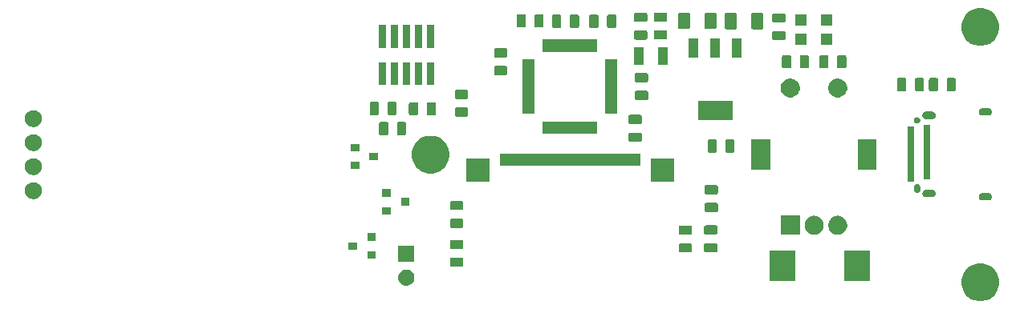
<source format=gbr>
G04 #@! TF.GenerationSoftware,KiCad,Pcbnew,5.0.2-bee76a0~70~ubuntu18.04.1*
G04 #@! TF.CreationDate,2019-11-12T09:59:33+01:00*
G04 #@! TF.ProjectId,RocketPCR,526f636b-6574-4504-9352-2e6b69636164,rev?*
G04 #@! TF.SameCoordinates,Original*
G04 #@! TF.FileFunction,Soldermask,Bot*
G04 #@! TF.FilePolarity,Negative*
%FSLAX46Y46*%
G04 Gerber Fmt 4.6, Leading zero omitted, Abs format (unit mm)*
G04 Created by KiCad (PCBNEW 5.0.2-bee76a0~70~ubuntu18.04.1) date Di 12 Nov 2019 09:59:33 CET*
%MOMM*%
%LPD*%
G01*
G04 APERTURE LIST*
%ADD10C,0.100000*%
G04 APERTURE END LIST*
D10*
G36*
X183583378Y-111576859D02*
X183947354Y-111727622D01*
X184274929Y-111946501D01*
X184553499Y-112225071D01*
X184772378Y-112552646D01*
X184923141Y-112916622D01*
X185000000Y-113303016D01*
X185000000Y-113696984D01*
X184923141Y-114083378D01*
X184772378Y-114447354D01*
X184553499Y-114774929D01*
X184274929Y-115053499D01*
X183947354Y-115272378D01*
X183583378Y-115423141D01*
X183196984Y-115500000D01*
X182803016Y-115500000D01*
X182416622Y-115423141D01*
X182052646Y-115272378D01*
X181725071Y-115053499D01*
X181446501Y-114774929D01*
X181227622Y-114447354D01*
X181076859Y-114083378D01*
X181000000Y-113696984D01*
X181000000Y-113303016D01*
X181076859Y-112916622D01*
X181227622Y-112552646D01*
X181446501Y-112225071D01*
X181725071Y-111946501D01*
X182052646Y-111727622D01*
X182416622Y-111576859D01*
X182803016Y-111500000D01*
X183196984Y-111500000D01*
X183583378Y-111576859D01*
X183583378Y-111576859D01*
G37*
G36*
X122601830Y-112172899D02*
X122762055Y-112221503D01*
X122909720Y-112300431D01*
X123039149Y-112406651D01*
X123145369Y-112536080D01*
X123224297Y-112683745D01*
X123272901Y-112843970D01*
X123289312Y-113010600D01*
X123272901Y-113177230D01*
X123224297Y-113337455D01*
X123145369Y-113485120D01*
X123039149Y-113614549D01*
X122909720Y-113720769D01*
X122762055Y-113799697D01*
X122601830Y-113848301D01*
X122476952Y-113860600D01*
X122393448Y-113860600D01*
X122268570Y-113848301D01*
X122108345Y-113799697D01*
X121960680Y-113720769D01*
X121831251Y-113614549D01*
X121725031Y-113485120D01*
X121646103Y-113337455D01*
X121597499Y-113177230D01*
X121581088Y-113010600D01*
X121597499Y-112843970D01*
X121646103Y-112683745D01*
X121725031Y-112536080D01*
X121831251Y-112406651D01*
X121960680Y-112300431D01*
X122108345Y-112221503D01*
X122268570Y-112172899D01*
X122393448Y-112160600D01*
X122476952Y-112160600D01*
X122601830Y-112172899D01*
X122601830Y-112172899D01*
G37*
G36*
X171350000Y-113350000D02*
X168650000Y-113350000D01*
X168650000Y-110150000D01*
X171350000Y-110150000D01*
X171350000Y-113350000D01*
X171350000Y-113350000D01*
G37*
G36*
X163450000Y-113350000D02*
X160750000Y-113350000D01*
X160750000Y-110150000D01*
X163450000Y-110150000D01*
X163450000Y-113350000D01*
X163450000Y-113350000D01*
G37*
G36*
X128303992Y-110891576D02*
X128337883Y-110901857D01*
X128369111Y-110918548D01*
X128396485Y-110941015D01*
X128418952Y-110968389D01*
X128435643Y-110999617D01*
X128445924Y-111033508D01*
X128450000Y-111074891D01*
X128450000Y-111675109D01*
X128445924Y-111716492D01*
X128435643Y-111750383D01*
X128418952Y-111781611D01*
X128396485Y-111808985D01*
X128369111Y-111831452D01*
X128337883Y-111848143D01*
X128303992Y-111858424D01*
X128262609Y-111862500D01*
X127237391Y-111862500D01*
X127196008Y-111858424D01*
X127162117Y-111848143D01*
X127130889Y-111831452D01*
X127103515Y-111808985D01*
X127081048Y-111781611D01*
X127064357Y-111750383D01*
X127054076Y-111716492D01*
X127050000Y-111675109D01*
X127050000Y-111074891D01*
X127054076Y-111033508D01*
X127064357Y-110999617D01*
X127081048Y-110968389D01*
X127103515Y-110941015D01*
X127130889Y-110918548D01*
X127162117Y-110901857D01*
X127196008Y-110891576D01*
X127237391Y-110887500D01*
X128262609Y-110887500D01*
X128303992Y-110891576D01*
X128303992Y-110891576D01*
G37*
G36*
X123285200Y-111320600D02*
X121585200Y-111320600D01*
X121585200Y-109620600D01*
X123285200Y-109620600D01*
X123285200Y-111320600D01*
X123285200Y-111320600D01*
G37*
G36*
X119227600Y-111023000D02*
X118327600Y-111023000D01*
X118327600Y-110223000D01*
X119227600Y-110223000D01*
X119227600Y-111023000D01*
X119227600Y-111023000D01*
G37*
G36*
X152427792Y-109384676D02*
X152461683Y-109394957D01*
X152492911Y-109411648D01*
X152520285Y-109434115D01*
X152542752Y-109461489D01*
X152559443Y-109492717D01*
X152569724Y-109526608D01*
X152573800Y-109567991D01*
X152573800Y-110168209D01*
X152569724Y-110209592D01*
X152559443Y-110243483D01*
X152542752Y-110274711D01*
X152520285Y-110302085D01*
X152492911Y-110324552D01*
X152461683Y-110341243D01*
X152427792Y-110351524D01*
X152386409Y-110355600D01*
X151361191Y-110355600D01*
X151319808Y-110351524D01*
X151285917Y-110341243D01*
X151254689Y-110324552D01*
X151227315Y-110302085D01*
X151204848Y-110274711D01*
X151188157Y-110243483D01*
X151177876Y-110209592D01*
X151173800Y-110168209D01*
X151173800Y-109567991D01*
X151177876Y-109526608D01*
X151188157Y-109492717D01*
X151204848Y-109461489D01*
X151227315Y-109434115D01*
X151254689Y-109411648D01*
X151285917Y-109394957D01*
X151319808Y-109384676D01*
X151361191Y-109380600D01*
X152386409Y-109380600D01*
X152427792Y-109384676D01*
X152427792Y-109384676D01*
G37*
G36*
X155120192Y-109359276D02*
X155154083Y-109369557D01*
X155185311Y-109386248D01*
X155212685Y-109408715D01*
X155235152Y-109436089D01*
X155251843Y-109467317D01*
X155262124Y-109501208D01*
X155266200Y-109542591D01*
X155266200Y-110142809D01*
X155262124Y-110184192D01*
X155251843Y-110218083D01*
X155235152Y-110249311D01*
X155212685Y-110276685D01*
X155185311Y-110299152D01*
X155154083Y-110315843D01*
X155120192Y-110326124D01*
X155078809Y-110330200D01*
X154053591Y-110330200D01*
X154012208Y-110326124D01*
X153978317Y-110315843D01*
X153947089Y-110299152D01*
X153919715Y-110276685D01*
X153897248Y-110249311D01*
X153880557Y-110218083D01*
X153870276Y-110184192D01*
X153866200Y-110142809D01*
X153866200Y-109542591D01*
X153870276Y-109501208D01*
X153880557Y-109467317D01*
X153897248Y-109436089D01*
X153919715Y-109408715D01*
X153947089Y-109386248D01*
X153978317Y-109369557D01*
X154012208Y-109359276D01*
X154053591Y-109355200D01*
X155078809Y-109355200D01*
X155120192Y-109359276D01*
X155120192Y-109359276D01*
G37*
G36*
X117227600Y-110073000D02*
X116327600Y-110073000D01*
X116327600Y-109273000D01*
X117227600Y-109273000D01*
X117227600Y-110073000D01*
X117227600Y-110073000D01*
G37*
G36*
X128303992Y-109016576D02*
X128337883Y-109026857D01*
X128369111Y-109043548D01*
X128396485Y-109066015D01*
X128418952Y-109093389D01*
X128435643Y-109124617D01*
X128445924Y-109158508D01*
X128450000Y-109199891D01*
X128450000Y-109800109D01*
X128445924Y-109841492D01*
X128435643Y-109875383D01*
X128418952Y-109906611D01*
X128396485Y-109933985D01*
X128369111Y-109956452D01*
X128337883Y-109973143D01*
X128303992Y-109983424D01*
X128262609Y-109987500D01*
X127237391Y-109987500D01*
X127196008Y-109983424D01*
X127162117Y-109973143D01*
X127130889Y-109956452D01*
X127103515Y-109933985D01*
X127081048Y-109906611D01*
X127064357Y-109875383D01*
X127054076Y-109841492D01*
X127050000Y-109800109D01*
X127050000Y-109199891D01*
X127054076Y-109158508D01*
X127064357Y-109124617D01*
X127081048Y-109093389D01*
X127103515Y-109066015D01*
X127130889Y-109043548D01*
X127162117Y-109026857D01*
X127196008Y-109016576D01*
X127237391Y-109012500D01*
X128262609Y-109012500D01*
X128303992Y-109016576D01*
X128303992Y-109016576D01*
G37*
G36*
X119227600Y-109123000D02*
X118327600Y-109123000D01*
X118327600Y-108323000D01*
X119227600Y-108323000D01*
X119227600Y-109123000D01*
X119227600Y-109123000D01*
G37*
G36*
X152427792Y-107509676D02*
X152461683Y-107519957D01*
X152492911Y-107536648D01*
X152520285Y-107559115D01*
X152542752Y-107586489D01*
X152559443Y-107617717D01*
X152569724Y-107651608D01*
X152573800Y-107692991D01*
X152573800Y-108293209D01*
X152569724Y-108334592D01*
X152559443Y-108368483D01*
X152542752Y-108399711D01*
X152520285Y-108427085D01*
X152492911Y-108449552D01*
X152461683Y-108466243D01*
X152427792Y-108476524D01*
X152386409Y-108480600D01*
X151361191Y-108480600D01*
X151319808Y-108476524D01*
X151285917Y-108466243D01*
X151254689Y-108449552D01*
X151227315Y-108427085D01*
X151204848Y-108399711D01*
X151188157Y-108368483D01*
X151177876Y-108334592D01*
X151173800Y-108293209D01*
X151173800Y-107692991D01*
X151177876Y-107651608D01*
X151188157Y-107617717D01*
X151204848Y-107586489D01*
X151227315Y-107559115D01*
X151254689Y-107536648D01*
X151285917Y-107519957D01*
X151319808Y-107509676D01*
X151361191Y-107505600D01*
X152386409Y-107505600D01*
X152427792Y-107509676D01*
X152427792Y-107509676D01*
G37*
G36*
X155120192Y-107484276D02*
X155154083Y-107494557D01*
X155185311Y-107511248D01*
X155212685Y-107533715D01*
X155235152Y-107561089D01*
X155251843Y-107592317D01*
X155262124Y-107626208D01*
X155266200Y-107667591D01*
X155266200Y-108267809D01*
X155262124Y-108309192D01*
X155251843Y-108343083D01*
X155235152Y-108374311D01*
X155212685Y-108401685D01*
X155185311Y-108424152D01*
X155154083Y-108440843D01*
X155120192Y-108451124D01*
X155078809Y-108455200D01*
X154053591Y-108455200D01*
X154012208Y-108451124D01*
X153978317Y-108440843D01*
X153947089Y-108424152D01*
X153919715Y-108401685D01*
X153897248Y-108374311D01*
X153880557Y-108343083D01*
X153870276Y-108309192D01*
X153866200Y-108267809D01*
X153866200Y-107667591D01*
X153870276Y-107626208D01*
X153880557Y-107592317D01*
X153897248Y-107561089D01*
X153919715Y-107533715D01*
X153947089Y-107511248D01*
X153978317Y-107494557D01*
X154012208Y-107484276D01*
X154053591Y-107480200D01*
X155078809Y-107480200D01*
X155120192Y-107484276D01*
X155120192Y-107484276D01*
G37*
G36*
X165632770Y-106470372D02*
X165748689Y-106493429D01*
X165930678Y-106568811D01*
X166094463Y-106678249D01*
X166233751Y-106817537D01*
X166343189Y-106981322D01*
X166418571Y-107163311D01*
X166441628Y-107279230D01*
X166457000Y-107356507D01*
X166457000Y-107553493D01*
X166449441Y-107591492D01*
X166418571Y-107746689D01*
X166343189Y-107928678D01*
X166233751Y-108092463D01*
X166094463Y-108231751D01*
X165930678Y-108341189D01*
X165748689Y-108416571D01*
X165647764Y-108436646D01*
X165555493Y-108455000D01*
X165358507Y-108455000D01*
X165266236Y-108436646D01*
X165165311Y-108416571D01*
X164983322Y-108341189D01*
X164819537Y-108231751D01*
X164680249Y-108092463D01*
X164570811Y-107928678D01*
X164495429Y-107746689D01*
X164464559Y-107591492D01*
X164457000Y-107553493D01*
X164457000Y-107356507D01*
X164472372Y-107279230D01*
X164495429Y-107163311D01*
X164570811Y-106981322D01*
X164680249Y-106817537D01*
X164819537Y-106678249D01*
X164983322Y-106568811D01*
X165165311Y-106493429D01*
X165281230Y-106470372D01*
X165358507Y-106455000D01*
X165555493Y-106455000D01*
X165632770Y-106470372D01*
X165632770Y-106470372D01*
G37*
G36*
X163957000Y-108455000D02*
X161957000Y-108455000D01*
X161957000Y-106455000D01*
X163957000Y-106455000D01*
X163957000Y-108455000D01*
X163957000Y-108455000D01*
G37*
G36*
X168132770Y-106470372D02*
X168248689Y-106493429D01*
X168430678Y-106568811D01*
X168594463Y-106678249D01*
X168733751Y-106817537D01*
X168843189Y-106981322D01*
X168918571Y-107163311D01*
X168941628Y-107279230D01*
X168957000Y-107356507D01*
X168957000Y-107553493D01*
X168949441Y-107591492D01*
X168918571Y-107746689D01*
X168843189Y-107928678D01*
X168733751Y-108092463D01*
X168594463Y-108231751D01*
X168430678Y-108341189D01*
X168248689Y-108416571D01*
X168147764Y-108436646D01*
X168055493Y-108455000D01*
X167858507Y-108455000D01*
X167766236Y-108436646D01*
X167665311Y-108416571D01*
X167483322Y-108341189D01*
X167319537Y-108231751D01*
X167180249Y-108092463D01*
X167070811Y-107928678D01*
X166995429Y-107746689D01*
X166964559Y-107591492D01*
X166957000Y-107553493D01*
X166957000Y-107356507D01*
X166972372Y-107279230D01*
X166995429Y-107163311D01*
X167070811Y-106981322D01*
X167180249Y-106817537D01*
X167319537Y-106678249D01*
X167483322Y-106568811D01*
X167665311Y-106493429D01*
X167781230Y-106470372D01*
X167858507Y-106455000D01*
X168055493Y-106455000D01*
X168132770Y-106470372D01*
X168132770Y-106470372D01*
G37*
G36*
X128303992Y-106766576D02*
X128337883Y-106776857D01*
X128369111Y-106793548D01*
X128396485Y-106816015D01*
X128418952Y-106843389D01*
X128435643Y-106874617D01*
X128445924Y-106908508D01*
X128450000Y-106949891D01*
X128450000Y-107550109D01*
X128445924Y-107591492D01*
X128435643Y-107625383D01*
X128418952Y-107656611D01*
X128396485Y-107683985D01*
X128369111Y-107706452D01*
X128337883Y-107723143D01*
X128303992Y-107733424D01*
X128262609Y-107737500D01*
X127237391Y-107737500D01*
X127196008Y-107733424D01*
X127162117Y-107723143D01*
X127130889Y-107706452D01*
X127103515Y-107683985D01*
X127081048Y-107656611D01*
X127064357Y-107625383D01*
X127054076Y-107591492D01*
X127050000Y-107550109D01*
X127050000Y-106949891D01*
X127054076Y-106908508D01*
X127064357Y-106874617D01*
X127081048Y-106843389D01*
X127103515Y-106816015D01*
X127130889Y-106793548D01*
X127162117Y-106776857D01*
X127196008Y-106766576D01*
X127237391Y-106762500D01*
X128262609Y-106762500D01*
X128303992Y-106766576D01*
X128303992Y-106766576D01*
G37*
G36*
X120793000Y-106350000D02*
X119893000Y-106350000D01*
X119893000Y-105550000D01*
X120793000Y-105550000D01*
X120793000Y-106350000D01*
X120793000Y-106350000D01*
G37*
G36*
X155170992Y-105108076D02*
X155204883Y-105118357D01*
X155236111Y-105135048D01*
X155263485Y-105157515D01*
X155285952Y-105184889D01*
X155302643Y-105216117D01*
X155312924Y-105250008D01*
X155317000Y-105291391D01*
X155317000Y-105891609D01*
X155312924Y-105932992D01*
X155302643Y-105966883D01*
X155285952Y-105998111D01*
X155263485Y-106025485D01*
X155236111Y-106047952D01*
X155204883Y-106064643D01*
X155170992Y-106074924D01*
X155129609Y-106079000D01*
X154104391Y-106079000D01*
X154063008Y-106074924D01*
X154029117Y-106064643D01*
X153997889Y-106047952D01*
X153970515Y-106025485D01*
X153948048Y-105998111D01*
X153931357Y-105966883D01*
X153921076Y-105932992D01*
X153917000Y-105891609D01*
X153917000Y-105291391D01*
X153921076Y-105250008D01*
X153931357Y-105216117D01*
X153948048Y-105184889D01*
X153970515Y-105157515D01*
X153997889Y-105135048D01*
X154029117Y-105118357D01*
X154063008Y-105108076D01*
X154104391Y-105104000D01*
X155129609Y-105104000D01*
X155170992Y-105108076D01*
X155170992Y-105108076D01*
G37*
G36*
X128303992Y-104891576D02*
X128337883Y-104901857D01*
X128369111Y-104918548D01*
X128396485Y-104941015D01*
X128418952Y-104968389D01*
X128435643Y-104999617D01*
X128445924Y-105033508D01*
X128450000Y-105074891D01*
X128450000Y-105675109D01*
X128445924Y-105716492D01*
X128435643Y-105750383D01*
X128418952Y-105781611D01*
X128396485Y-105808985D01*
X128369111Y-105831452D01*
X128337883Y-105848143D01*
X128303992Y-105858424D01*
X128262609Y-105862500D01*
X127237391Y-105862500D01*
X127196008Y-105858424D01*
X127162117Y-105848143D01*
X127130889Y-105831452D01*
X127103515Y-105808985D01*
X127081048Y-105781611D01*
X127064357Y-105750383D01*
X127054076Y-105716492D01*
X127050000Y-105675109D01*
X127050000Y-105074891D01*
X127054076Y-105033508D01*
X127064357Y-104999617D01*
X127081048Y-104968389D01*
X127103515Y-104941015D01*
X127130889Y-104918548D01*
X127162117Y-104901857D01*
X127196008Y-104891576D01*
X127237391Y-104887500D01*
X128262609Y-104887500D01*
X128303992Y-104891576D01*
X128303992Y-104891576D01*
G37*
G36*
X122793000Y-105400000D02*
X121893000Y-105400000D01*
X121893000Y-104600000D01*
X122793000Y-104600000D01*
X122793000Y-105400000D01*
X122793000Y-105400000D01*
G37*
G36*
X183915414Y-104060788D02*
X183990814Y-104083660D01*
X184060303Y-104120803D01*
X184121211Y-104170789D01*
X184171197Y-104231697D01*
X184208340Y-104301186D01*
X184231212Y-104376586D01*
X184238935Y-104455000D01*
X184231212Y-104533414D01*
X184208340Y-104608814D01*
X184171197Y-104678303D01*
X184121211Y-104739211D01*
X184060303Y-104789197D01*
X183990814Y-104826340D01*
X183915414Y-104849212D01*
X183856647Y-104855000D01*
X183217353Y-104855000D01*
X183158586Y-104849212D01*
X183083186Y-104826340D01*
X183013697Y-104789197D01*
X182952789Y-104739211D01*
X182902803Y-104678303D01*
X182865660Y-104608814D01*
X182842788Y-104533414D01*
X182835065Y-104455000D01*
X182842788Y-104376586D01*
X182865660Y-104301186D01*
X182902803Y-104231697D01*
X182952789Y-104170789D01*
X183013697Y-104120803D01*
X183083186Y-104083660D01*
X183158586Y-104060788D01*
X183217353Y-104055000D01*
X183856647Y-104055000D01*
X183915414Y-104060788D01*
X183915414Y-104060788D01*
G37*
G36*
X83362521Y-102944586D02*
X83526309Y-103012429D01*
X83673720Y-103110926D01*
X83799074Y-103236280D01*
X83897571Y-103383691D01*
X83965414Y-103547479D01*
X84000000Y-103721356D01*
X84000000Y-103898644D01*
X83965414Y-104072521D01*
X83897571Y-104236309D01*
X83799074Y-104383720D01*
X83673720Y-104509074D01*
X83526309Y-104607571D01*
X83362521Y-104675414D01*
X83188644Y-104710000D01*
X83011356Y-104710000D01*
X82837479Y-104675414D01*
X82673691Y-104607571D01*
X82526280Y-104509074D01*
X82400926Y-104383720D01*
X82302429Y-104236309D01*
X82234586Y-104072521D01*
X82200000Y-103898644D01*
X82200000Y-103721356D01*
X82234586Y-103547479D01*
X82302429Y-103383691D01*
X82400926Y-103236280D01*
X82526280Y-103110926D01*
X82673691Y-103012429D01*
X82837479Y-102944586D01*
X83011356Y-102910000D01*
X83188644Y-102910000D01*
X83362521Y-102944586D01*
X83362521Y-102944586D01*
G37*
G36*
X177965414Y-103700788D02*
X178040814Y-103723660D01*
X178110303Y-103760803D01*
X178171211Y-103810789D01*
X178221197Y-103871697D01*
X178258340Y-103941186D01*
X178281212Y-104016586D01*
X178288935Y-104095000D01*
X178281212Y-104173414D01*
X178258340Y-104248814D01*
X178221197Y-104318303D01*
X178171211Y-104379211D01*
X178110303Y-104429197D01*
X178040814Y-104466340D01*
X177965414Y-104489212D01*
X177906647Y-104495000D01*
X177267353Y-104495000D01*
X177208586Y-104489212D01*
X177133186Y-104466340D01*
X177063697Y-104429197D01*
X177002789Y-104379211D01*
X176952803Y-104318303D01*
X176915660Y-104248814D01*
X176892788Y-104173414D01*
X176885065Y-104095000D01*
X176892788Y-104016586D01*
X176915660Y-103941186D01*
X176952803Y-103871697D01*
X177002789Y-103810789D01*
X177063697Y-103760803D01*
X177133186Y-103723660D01*
X177208586Y-103700788D01*
X177267353Y-103695000D01*
X177906647Y-103695000D01*
X177965414Y-103700788D01*
X177965414Y-103700788D01*
G37*
G36*
X120793000Y-104450000D02*
X119893000Y-104450000D01*
X119893000Y-103650000D01*
X120793000Y-103650000D01*
X120793000Y-104450000D01*
X120793000Y-104450000D01*
G37*
G36*
X155170992Y-103233076D02*
X155204883Y-103243357D01*
X155236111Y-103260048D01*
X155263485Y-103282515D01*
X155285952Y-103309889D01*
X155302643Y-103341117D01*
X155312924Y-103375008D01*
X155317000Y-103416391D01*
X155317000Y-104016609D01*
X155312924Y-104057992D01*
X155302643Y-104091883D01*
X155285952Y-104123111D01*
X155263485Y-104150485D01*
X155236111Y-104172952D01*
X155204883Y-104189643D01*
X155170992Y-104199924D01*
X155129609Y-104204000D01*
X154104391Y-104204000D01*
X154063008Y-104199924D01*
X154029117Y-104189643D01*
X153997889Y-104172952D01*
X153970515Y-104150485D01*
X153948048Y-104123111D01*
X153931357Y-104091883D01*
X153921076Y-104057992D01*
X153917000Y-104016609D01*
X153917000Y-103416391D01*
X153921076Y-103375008D01*
X153931357Y-103341117D01*
X153948048Y-103309889D01*
X153970515Y-103282515D01*
X153997889Y-103260048D01*
X154029117Y-103243357D01*
X154063008Y-103233076D01*
X154104391Y-103229000D01*
X155129609Y-103229000D01*
X155170992Y-103233076D01*
X155170992Y-103233076D01*
G37*
G36*
X176400712Y-103094702D02*
X176461972Y-103113285D01*
X176499614Y-103133406D01*
X176518434Y-103143465D01*
X176567921Y-103184079D01*
X176608535Y-103233566D01*
X176618594Y-103252386D01*
X176638715Y-103290028D01*
X176657298Y-103351288D01*
X176662000Y-103399035D01*
X176662000Y-103730965D01*
X176657298Y-103778712D01*
X176638715Y-103839972D01*
X176621758Y-103871695D01*
X176608536Y-103896433D01*
X176608534Y-103896435D01*
X176567924Y-103945918D01*
X176567922Y-103945919D01*
X176567921Y-103945921D01*
X176518433Y-103986535D01*
X176488253Y-104002666D01*
X176461971Y-104016715D01*
X176400711Y-104035298D01*
X176337000Y-104041572D01*
X176273288Y-104035298D01*
X176212028Y-104016715D01*
X176174386Y-103996594D01*
X176155566Y-103986535D01*
X176123538Y-103960250D01*
X176106082Y-103945924D01*
X176106081Y-103945922D01*
X176106079Y-103945921D01*
X176065465Y-103896433D01*
X176049334Y-103866253D01*
X176035285Y-103839971D01*
X176016702Y-103778711D01*
X176012000Y-103730964D01*
X176012000Y-103399035D01*
X176016702Y-103351288D01*
X176035286Y-103290027D01*
X176064014Y-103236283D01*
X176065466Y-103233566D01*
X176106080Y-103184079D01*
X176155567Y-103143465D01*
X176174387Y-103133406D01*
X176212029Y-103113285D01*
X176273289Y-103094702D01*
X176337000Y-103088428D01*
X176400712Y-103094702D01*
X176400712Y-103094702D01*
G37*
G36*
X150737000Y-102880000D02*
X148237000Y-102880000D01*
X148237000Y-100380000D01*
X150737000Y-100380000D01*
X150737000Y-102880000D01*
X150737000Y-102880000D01*
G37*
G36*
X131237000Y-102880000D02*
X128737000Y-102880000D01*
X128737000Y-100380000D01*
X131237000Y-100380000D01*
X131237000Y-102880000D01*
X131237000Y-102880000D01*
G37*
G36*
X176027000Y-102865000D02*
X175327000Y-102865000D01*
X175327000Y-97065000D01*
X176027000Y-97065000D01*
X176027000Y-102865000D01*
X176027000Y-102865000D01*
G37*
G36*
X177727000Y-102615000D02*
X177027000Y-102615000D01*
X177027000Y-96815000D01*
X177727000Y-96815000D01*
X177727000Y-102615000D01*
X177727000Y-102615000D01*
G37*
G36*
X83362521Y-100404586D02*
X83526309Y-100472429D01*
X83673720Y-100570926D01*
X83799074Y-100696280D01*
X83897571Y-100843691D01*
X83965414Y-101007479D01*
X84000000Y-101181356D01*
X84000000Y-101358644D01*
X83965414Y-101532521D01*
X83897571Y-101696309D01*
X83799074Y-101843720D01*
X83673720Y-101969074D01*
X83526309Y-102067571D01*
X83362521Y-102135414D01*
X83188644Y-102170000D01*
X83011356Y-102170000D01*
X82837479Y-102135414D01*
X82673691Y-102067571D01*
X82526280Y-101969074D01*
X82400926Y-101843720D01*
X82302429Y-101696309D01*
X82234586Y-101532521D01*
X82200000Y-101358644D01*
X82200000Y-101181356D01*
X82234586Y-101007479D01*
X82302429Y-100843691D01*
X82400926Y-100696280D01*
X82526280Y-100570926D01*
X82673691Y-100472429D01*
X82837479Y-100404586D01*
X83011356Y-100370000D01*
X83188644Y-100370000D01*
X83362521Y-100404586D01*
X83362521Y-100404586D01*
G37*
G36*
X125583378Y-98076859D02*
X125947354Y-98227622D01*
X126274929Y-98446501D01*
X126553499Y-98725071D01*
X126772378Y-99052646D01*
X126923141Y-99416622D01*
X127000000Y-99803016D01*
X127000000Y-100196984D01*
X126923141Y-100583378D01*
X126772378Y-100947354D01*
X126553499Y-101274929D01*
X126274929Y-101553499D01*
X125947354Y-101772378D01*
X125583378Y-101923141D01*
X125196984Y-102000000D01*
X124803016Y-102000000D01*
X124416622Y-101923141D01*
X124052646Y-101772378D01*
X123725071Y-101553499D01*
X123446501Y-101274929D01*
X123227622Y-100947354D01*
X123076859Y-100583378D01*
X123000000Y-100196984D01*
X123000000Y-99803016D01*
X123076859Y-99416622D01*
X123227622Y-99052646D01*
X123446501Y-98725071D01*
X123725071Y-98446501D01*
X124052646Y-98227622D01*
X124416622Y-98076859D01*
X124803016Y-98000000D01*
X125196984Y-98000000D01*
X125583378Y-98076859D01*
X125583378Y-98076859D01*
G37*
G36*
X160857000Y-101555000D02*
X158857000Y-101555000D01*
X158857000Y-98355000D01*
X160857000Y-98355000D01*
X160857000Y-101555000D01*
X160857000Y-101555000D01*
G37*
G36*
X172057000Y-101555000D02*
X170057000Y-101555000D01*
X170057000Y-98355000D01*
X172057000Y-98355000D01*
X172057000Y-101555000D01*
X172057000Y-101555000D01*
G37*
G36*
X117465600Y-101551000D02*
X116565600Y-101551000D01*
X116565600Y-100751000D01*
X117465600Y-100751000D01*
X117465600Y-101551000D01*
X117465600Y-101551000D01*
G37*
G36*
X147137000Y-101155000D02*
X132337000Y-101155000D01*
X132337000Y-99905000D01*
X147137000Y-99905000D01*
X147137000Y-101155000D01*
X147137000Y-101155000D01*
G37*
G36*
X119465600Y-100601000D02*
X118565600Y-100601000D01*
X118565600Y-99801000D01*
X119465600Y-99801000D01*
X119465600Y-100601000D01*
X119465600Y-100601000D01*
G37*
G36*
X155046992Y-98402076D02*
X155080883Y-98412357D01*
X155112111Y-98429048D01*
X155139485Y-98451515D01*
X155161952Y-98478889D01*
X155178643Y-98510117D01*
X155188924Y-98544008D01*
X155193000Y-98585391D01*
X155193000Y-99610609D01*
X155188924Y-99651992D01*
X155178643Y-99685883D01*
X155161952Y-99717111D01*
X155139485Y-99744485D01*
X155112111Y-99766952D01*
X155080883Y-99783643D01*
X155046992Y-99793924D01*
X155005609Y-99798000D01*
X154405391Y-99798000D01*
X154364008Y-99793924D01*
X154330117Y-99783643D01*
X154298889Y-99766952D01*
X154271515Y-99744485D01*
X154249048Y-99717111D01*
X154232357Y-99685883D01*
X154222076Y-99651992D01*
X154218000Y-99610609D01*
X154218000Y-98585391D01*
X154222076Y-98544008D01*
X154232357Y-98510117D01*
X154249048Y-98478889D01*
X154271515Y-98451515D01*
X154298889Y-98429048D01*
X154330117Y-98412357D01*
X154364008Y-98402076D01*
X154405391Y-98398000D01*
X155005609Y-98398000D01*
X155046992Y-98402076D01*
X155046992Y-98402076D01*
G37*
G36*
X156921992Y-98402076D02*
X156955883Y-98412357D01*
X156987111Y-98429048D01*
X157014485Y-98451515D01*
X157036952Y-98478889D01*
X157053643Y-98510117D01*
X157063924Y-98544008D01*
X157068000Y-98585391D01*
X157068000Y-99610609D01*
X157063924Y-99651992D01*
X157053643Y-99685883D01*
X157036952Y-99717111D01*
X157014485Y-99744485D01*
X156987111Y-99766952D01*
X156955883Y-99783643D01*
X156921992Y-99793924D01*
X156880609Y-99798000D01*
X156280391Y-99798000D01*
X156239008Y-99793924D01*
X156205117Y-99783643D01*
X156173889Y-99766952D01*
X156146515Y-99744485D01*
X156124048Y-99717111D01*
X156107357Y-99685883D01*
X156097076Y-99651992D01*
X156093000Y-99610609D01*
X156093000Y-98585391D01*
X156097076Y-98544008D01*
X156107357Y-98510117D01*
X156124048Y-98478889D01*
X156146515Y-98451515D01*
X156173889Y-98429048D01*
X156205117Y-98412357D01*
X156239008Y-98402076D01*
X156280391Y-98398000D01*
X156880609Y-98398000D01*
X156921992Y-98402076D01*
X156921992Y-98402076D01*
G37*
G36*
X117465600Y-99651000D02*
X116565600Y-99651000D01*
X116565600Y-98851000D01*
X117465600Y-98851000D01*
X117465600Y-99651000D01*
X117465600Y-99651000D01*
G37*
G36*
X83362521Y-97864586D02*
X83526309Y-97932429D01*
X83673720Y-98030926D01*
X83799074Y-98156280D01*
X83897571Y-98303691D01*
X83965414Y-98467479D01*
X84000000Y-98641356D01*
X84000000Y-98818644D01*
X83965414Y-98992521D01*
X83897571Y-99156309D01*
X83799074Y-99303720D01*
X83673720Y-99429074D01*
X83526309Y-99527571D01*
X83362521Y-99595414D01*
X83188644Y-99630000D01*
X83011356Y-99630000D01*
X82837479Y-99595414D01*
X82673691Y-99527571D01*
X82526280Y-99429074D01*
X82400926Y-99303720D01*
X82302429Y-99156309D01*
X82234586Y-98992521D01*
X82200000Y-98818644D01*
X82200000Y-98641356D01*
X82234586Y-98467479D01*
X82302429Y-98303691D01*
X82400926Y-98156280D01*
X82526280Y-98030926D01*
X82673691Y-97932429D01*
X82837479Y-97864586D01*
X83011356Y-97830000D01*
X83188644Y-97830000D01*
X83362521Y-97864586D01*
X83362521Y-97864586D01*
G37*
G36*
X147130992Y-97669076D02*
X147164883Y-97679357D01*
X147196111Y-97696048D01*
X147223485Y-97718515D01*
X147245952Y-97745889D01*
X147262643Y-97777117D01*
X147272924Y-97811008D01*
X147277000Y-97852391D01*
X147277000Y-98452609D01*
X147272924Y-98493992D01*
X147262643Y-98527883D01*
X147245952Y-98559111D01*
X147223485Y-98586485D01*
X147196111Y-98608952D01*
X147164883Y-98625643D01*
X147130992Y-98635924D01*
X147089609Y-98640000D01*
X146064391Y-98640000D01*
X146023008Y-98635924D01*
X145989117Y-98625643D01*
X145957889Y-98608952D01*
X145930515Y-98586485D01*
X145908048Y-98559111D01*
X145891357Y-98527883D01*
X145881076Y-98493992D01*
X145877000Y-98452609D01*
X145877000Y-97852391D01*
X145881076Y-97811008D01*
X145891357Y-97777117D01*
X145908048Y-97745889D01*
X145930515Y-97718515D01*
X145957889Y-97696048D01*
X145989117Y-97679357D01*
X146023008Y-97669076D01*
X146064391Y-97665000D01*
X147089609Y-97665000D01*
X147130992Y-97669076D01*
X147130992Y-97669076D01*
G37*
G36*
X122278992Y-96554076D02*
X122312883Y-96564357D01*
X122344111Y-96581048D01*
X122371485Y-96603515D01*
X122393952Y-96630889D01*
X122410643Y-96662117D01*
X122420924Y-96696008D01*
X122425000Y-96737391D01*
X122425000Y-97762609D01*
X122420924Y-97803992D01*
X122410643Y-97837883D01*
X122393952Y-97869111D01*
X122371485Y-97896485D01*
X122344111Y-97918952D01*
X122312883Y-97935643D01*
X122278992Y-97945924D01*
X122237609Y-97950000D01*
X121637391Y-97950000D01*
X121596008Y-97945924D01*
X121562117Y-97935643D01*
X121530889Y-97918952D01*
X121503515Y-97896485D01*
X121481048Y-97869111D01*
X121464357Y-97837883D01*
X121454076Y-97803992D01*
X121450000Y-97762609D01*
X121450000Y-96737391D01*
X121454076Y-96696008D01*
X121464357Y-96662117D01*
X121481048Y-96630889D01*
X121503515Y-96603515D01*
X121530889Y-96581048D01*
X121562117Y-96564357D01*
X121596008Y-96554076D01*
X121637391Y-96550000D01*
X122237609Y-96550000D01*
X122278992Y-96554076D01*
X122278992Y-96554076D01*
G37*
G36*
X120403992Y-96554076D02*
X120437883Y-96564357D01*
X120469111Y-96581048D01*
X120496485Y-96603515D01*
X120518952Y-96630889D01*
X120535643Y-96662117D01*
X120545924Y-96696008D01*
X120550000Y-96737391D01*
X120550000Y-97762609D01*
X120545924Y-97803992D01*
X120535643Y-97837883D01*
X120518952Y-97869111D01*
X120496485Y-97896485D01*
X120469111Y-97918952D01*
X120437883Y-97935643D01*
X120403992Y-97945924D01*
X120362609Y-97950000D01*
X119762391Y-97950000D01*
X119721008Y-97945924D01*
X119687117Y-97935643D01*
X119655889Y-97918952D01*
X119628515Y-97896485D01*
X119606048Y-97869111D01*
X119589357Y-97837883D01*
X119579076Y-97803992D01*
X119575000Y-97762609D01*
X119575000Y-96737391D01*
X119579076Y-96696008D01*
X119589357Y-96662117D01*
X119606048Y-96630889D01*
X119628515Y-96603515D01*
X119655889Y-96581048D01*
X119687117Y-96564357D01*
X119721008Y-96554076D01*
X119762391Y-96550000D01*
X120362609Y-96550000D01*
X120403992Y-96554076D01*
X120403992Y-96554076D01*
G37*
G36*
X142552000Y-97811000D02*
X136802000Y-97811000D01*
X136802000Y-96511000D01*
X142552000Y-96511000D01*
X142552000Y-97811000D01*
X142552000Y-97811000D01*
G37*
G36*
X83362521Y-95324586D02*
X83526309Y-95392429D01*
X83673720Y-95490926D01*
X83799074Y-95616280D01*
X83897571Y-95763691D01*
X83965414Y-95927479D01*
X84000000Y-96101356D01*
X84000000Y-96278644D01*
X83965414Y-96452521D01*
X83897571Y-96616309D01*
X83799074Y-96763720D01*
X83673720Y-96889074D01*
X83526309Y-96987571D01*
X83362521Y-97055414D01*
X83188644Y-97090000D01*
X83011356Y-97090000D01*
X82837479Y-97055414D01*
X82673691Y-96987571D01*
X82526280Y-96889074D01*
X82400926Y-96763720D01*
X82302429Y-96616309D01*
X82234586Y-96452521D01*
X82200000Y-96278644D01*
X82200000Y-96101356D01*
X82234586Y-95927479D01*
X82302429Y-95763691D01*
X82400926Y-95616280D01*
X82526280Y-95490926D01*
X82673691Y-95392429D01*
X82837479Y-95324586D01*
X83011356Y-95290000D01*
X83188644Y-95290000D01*
X83362521Y-95324586D01*
X83362521Y-95324586D01*
G37*
G36*
X147130992Y-95794076D02*
X147164883Y-95804357D01*
X147196111Y-95821048D01*
X147223485Y-95843515D01*
X147245952Y-95870889D01*
X147262643Y-95902117D01*
X147272924Y-95936008D01*
X147277000Y-95977391D01*
X147277000Y-96577609D01*
X147272924Y-96618992D01*
X147262643Y-96652883D01*
X147245952Y-96684111D01*
X147223485Y-96711485D01*
X147196111Y-96733952D01*
X147164883Y-96750643D01*
X147130992Y-96760924D01*
X147089609Y-96765000D01*
X146064391Y-96765000D01*
X146023008Y-96760924D01*
X145989117Y-96750643D01*
X145957889Y-96733952D01*
X145930515Y-96711485D01*
X145908048Y-96684111D01*
X145891357Y-96652883D01*
X145881076Y-96618992D01*
X145877000Y-96577609D01*
X145877000Y-95977391D01*
X145881076Y-95936008D01*
X145891357Y-95902117D01*
X145908048Y-95870889D01*
X145930515Y-95843515D01*
X145957889Y-95821048D01*
X145989117Y-95804357D01*
X146023008Y-95794076D01*
X146064391Y-95790000D01*
X147089609Y-95790000D01*
X147130992Y-95794076D01*
X147130992Y-95794076D01*
G37*
G36*
X176431799Y-96052489D02*
X176477543Y-96071437D01*
X176490941Y-96076986D01*
X176490942Y-96076987D01*
X176490945Y-96076988D01*
X176544176Y-96112556D01*
X176589444Y-96157824D01*
X176625012Y-96211055D01*
X176649511Y-96270201D01*
X176662000Y-96332990D01*
X176662000Y-96397010D01*
X176649511Y-96459799D01*
X176625012Y-96518945D01*
X176589444Y-96572176D01*
X176544176Y-96617444D01*
X176490945Y-96653012D01*
X176490942Y-96653013D01*
X176490941Y-96653014D01*
X176482114Y-96656670D01*
X176431799Y-96677511D01*
X176369010Y-96690000D01*
X176304990Y-96690000D01*
X176242201Y-96677511D01*
X176191886Y-96656670D01*
X176183059Y-96653014D01*
X176183058Y-96653013D01*
X176183055Y-96653012D01*
X176129824Y-96617444D01*
X176084556Y-96572176D01*
X176048988Y-96518945D01*
X176024489Y-96459799D01*
X176012000Y-96397010D01*
X176012000Y-96332990D01*
X176024489Y-96270201D01*
X176048988Y-96211055D01*
X176084556Y-96157824D01*
X176129824Y-96112556D01*
X176183055Y-96076988D01*
X176183058Y-96076987D01*
X176183059Y-96076986D01*
X176196457Y-96071437D01*
X176242201Y-96052489D01*
X176304990Y-96040000D01*
X176369010Y-96040000D01*
X176431799Y-96052489D01*
X176431799Y-96052489D01*
G37*
G36*
X156885800Y-96345000D02*
X153228200Y-96345000D01*
X153228200Y-94313000D01*
X156885800Y-94313000D01*
X156885800Y-96345000D01*
X156885800Y-96345000D01*
G37*
G36*
X177965414Y-95440788D02*
X178040814Y-95463660D01*
X178110303Y-95500803D01*
X178171211Y-95550789D01*
X178221197Y-95611697D01*
X178258340Y-95681186D01*
X178281212Y-95756586D01*
X178288935Y-95835000D01*
X178281212Y-95913414D01*
X178258340Y-95988814D01*
X178221197Y-96058303D01*
X178171211Y-96119211D01*
X178110303Y-96169197D01*
X178040814Y-96206340D01*
X177965414Y-96229212D01*
X177906647Y-96235000D01*
X177267353Y-96235000D01*
X177208586Y-96229212D01*
X177133186Y-96206340D01*
X177063697Y-96169197D01*
X177002789Y-96119211D01*
X176952803Y-96058303D01*
X176915660Y-95988814D01*
X176892788Y-95913414D01*
X176885065Y-95835000D01*
X176892788Y-95756586D01*
X176915660Y-95681186D01*
X176952803Y-95611697D01*
X177002789Y-95550789D01*
X177063697Y-95500803D01*
X177133186Y-95463660D01*
X177208586Y-95440788D01*
X177267353Y-95435000D01*
X177906647Y-95435000D01*
X177965414Y-95440788D01*
X177965414Y-95440788D01*
G37*
G36*
X128803992Y-95016576D02*
X128837883Y-95026857D01*
X128869111Y-95043548D01*
X128896485Y-95066015D01*
X128918952Y-95093389D01*
X128935643Y-95124617D01*
X128945924Y-95158508D01*
X128950000Y-95199891D01*
X128950000Y-95800109D01*
X128945924Y-95841492D01*
X128935643Y-95875383D01*
X128918952Y-95906611D01*
X128896485Y-95933985D01*
X128869111Y-95956452D01*
X128837883Y-95973143D01*
X128803992Y-95983424D01*
X128762609Y-95987500D01*
X127737391Y-95987500D01*
X127696008Y-95983424D01*
X127662117Y-95973143D01*
X127630889Y-95956452D01*
X127603515Y-95933985D01*
X127581048Y-95906611D01*
X127564357Y-95875383D01*
X127554076Y-95841492D01*
X127550000Y-95800109D01*
X127550000Y-95199891D01*
X127554076Y-95158508D01*
X127564357Y-95124617D01*
X127581048Y-95093389D01*
X127603515Y-95066015D01*
X127630889Y-95043548D01*
X127662117Y-95026857D01*
X127696008Y-95016576D01*
X127737391Y-95012500D01*
X128762609Y-95012500D01*
X128803992Y-95016576D01*
X128803992Y-95016576D01*
G37*
G36*
X183915414Y-95080788D02*
X183990814Y-95103660D01*
X184060303Y-95140803D01*
X184121211Y-95190789D01*
X184171197Y-95251697D01*
X184208340Y-95321186D01*
X184231212Y-95396586D01*
X184238935Y-95475000D01*
X184231212Y-95553414D01*
X184208340Y-95628814D01*
X184171197Y-95698303D01*
X184121211Y-95759211D01*
X184060303Y-95809197D01*
X183990814Y-95846340D01*
X183915414Y-95869212D01*
X183856647Y-95875000D01*
X183217353Y-95875000D01*
X183158586Y-95869212D01*
X183083186Y-95846340D01*
X183013697Y-95809197D01*
X182952789Y-95759211D01*
X182902803Y-95698303D01*
X182865660Y-95628814D01*
X182842788Y-95553414D01*
X182835065Y-95475000D01*
X182842788Y-95396586D01*
X182865660Y-95321186D01*
X182902803Y-95251697D01*
X182952789Y-95190789D01*
X183013697Y-95140803D01*
X183083186Y-95103660D01*
X183158586Y-95080788D01*
X183217353Y-95075000D01*
X183856647Y-95075000D01*
X183915414Y-95080788D01*
X183915414Y-95080788D01*
G37*
G36*
X123542992Y-94447076D02*
X123576883Y-94457357D01*
X123608111Y-94474048D01*
X123635485Y-94496515D01*
X123657952Y-94523889D01*
X123674643Y-94555117D01*
X123684924Y-94589008D01*
X123689000Y-94630391D01*
X123689000Y-95655609D01*
X123684924Y-95696992D01*
X123674643Y-95730883D01*
X123657952Y-95762111D01*
X123635485Y-95789485D01*
X123608111Y-95811952D01*
X123576883Y-95828643D01*
X123542992Y-95838924D01*
X123501609Y-95843000D01*
X122901391Y-95843000D01*
X122860008Y-95838924D01*
X122826117Y-95828643D01*
X122794889Y-95811952D01*
X122767515Y-95789485D01*
X122745048Y-95762111D01*
X122728357Y-95730883D01*
X122718076Y-95696992D01*
X122714000Y-95655609D01*
X122714000Y-94630391D01*
X122718076Y-94589008D01*
X122728357Y-94555117D01*
X122745048Y-94523889D01*
X122767515Y-94496515D01*
X122794889Y-94474048D01*
X122826117Y-94457357D01*
X122860008Y-94447076D01*
X122901391Y-94443000D01*
X123501609Y-94443000D01*
X123542992Y-94447076D01*
X123542992Y-94447076D01*
G37*
G36*
X125417992Y-94447076D02*
X125451883Y-94457357D01*
X125483111Y-94474048D01*
X125510485Y-94496515D01*
X125532952Y-94523889D01*
X125549643Y-94555117D01*
X125559924Y-94589008D01*
X125564000Y-94630391D01*
X125564000Y-95655609D01*
X125559924Y-95696992D01*
X125549643Y-95730883D01*
X125532952Y-95762111D01*
X125510485Y-95789485D01*
X125483111Y-95811952D01*
X125451883Y-95828643D01*
X125417992Y-95838924D01*
X125376609Y-95843000D01*
X124776391Y-95843000D01*
X124735008Y-95838924D01*
X124701117Y-95828643D01*
X124669889Y-95811952D01*
X124642515Y-95789485D01*
X124620048Y-95762111D01*
X124603357Y-95730883D01*
X124593076Y-95696992D01*
X124589000Y-95655609D01*
X124589000Y-94630391D01*
X124593076Y-94589008D01*
X124603357Y-94555117D01*
X124620048Y-94523889D01*
X124642515Y-94496515D01*
X124669889Y-94474048D01*
X124701117Y-94457357D01*
X124735008Y-94447076D01*
X124776391Y-94443000D01*
X125376609Y-94443000D01*
X125417992Y-94447076D01*
X125417992Y-94447076D01*
G37*
G36*
X119396992Y-94428076D02*
X119430883Y-94438357D01*
X119462111Y-94455048D01*
X119489485Y-94477515D01*
X119511952Y-94504889D01*
X119528643Y-94536117D01*
X119538924Y-94570008D01*
X119543000Y-94611391D01*
X119543000Y-95636609D01*
X119538924Y-95677992D01*
X119528643Y-95711883D01*
X119511952Y-95743111D01*
X119489485Y-95770485D01*
X119462111Y-95792952D01*
X119430883Y-95809643D01*
X119396992Y-95819924D01*
X119355609Y-95824000D01*
X118755391Y-95824000D01*
X118714008Y-95819924D01*
X118680117Y-95809643D01*
X118648889Y-95792952D01*
X118621515Y-95770485D01*
X118599048Y-95743111D01*
X118582357Y-95711883D01*
X118572076Y-95677992D01*
X118568000Y-95636609D01*
X118568000Y-94611391D01*
X118572076Y-94570008D01*
X118582357Y-94536117D01*
X118599048Y-94504889D01*
X118621515Y-94477515D01*
X118648889Y-94455048D01*
X118680117Y-94438357D01*
X118714008Y-94428076D01*
X118755391Y-94424000D01*
X119355609Y-94424000D01*
X119396992Y-94428076D01*
X119396992Y-94428076D01*
G37*
G36*
X121271992Y-94428076D02*
X121305883Y-94438357D01*
X121337111Y-94455048D01*
X121364485Y-94477515D01*
X121386952Y-94504889D01*
X121403643Y-94536117D01*
X121413924Y-94570008D01*
X121418000Y-94611391D01*
X121418000Y-95636609D01*
X121413924Y-95677992D01*
X121403643Y-95711883D01*
X121386952Y-95743111D01*
X121364485Y-95770485D01*
X121337111Y-95792952D01*
X121305883Y-95809643D01*
X121271992Y-95819924D01*
X121230609Y-95824000D01*
X120630391Y-95824000D01*
X120589008Y-95819924D01*
X120555117Y-95809643D01*
X120523889Y-95792952D01*
X120496515Y-95770485D01*
X120474048Y-95743111D01*
X120457357Y-95711883D01*
X120447076Y-95677992D01*
X120443000Y-95636609D01*
X120443000Y-94611391D01*
X120447076Y-94570008D01*
X120457357Y-94536117D01*
X120474048Y-94504889D01*
X120496515Y-94477515D01*
X120523889Y-94455048D01*
X120555117Y-94438357D01*
X120589008Y-94428076D01*
X120630391Y-94424000D01*
X121230609Y-94424000D01*
X121271992Y-94428076D01*
X121271992Y-94428076D01*
G37*
G36*
X144677000Y-95686000D02*
X143377000Y-95686000D01*
X143377000Y-89936000D01*
X144677000Y-89936000D01*
X144677000Y-95686000D01*
X144677000Y-95686000D01*
G37*
G36*
X135977000Y-95686000D02*
X134677000Y-95686000D01*
X134677000Y-89936000D01*
X135977000Y-89936000D01*
X135977000Y-95686000D01*
X135977000Y-95686000D01*
G37*
G36*
X147804992Y-93246276D02*
X147838883Y-93256557D01*
X147870111Y-93273248D01*
X147897485Y-93295715D01*
X147919952Y-93323089D01*
X147936643Y-93354317D01*
X147946924Y-93388208D01*
X147951000Y-93429591D01*
X147951000Y-94029809D01*
X147946924Y-94071192D01*
X147936643Y-94105083D01*
X147919952Y-94136311D01*
X147897485Y-94163685D01*
X147870111Y-94186152D01*
X147838883Y-94202843D01*
X147804992Y-94213124D01*
X147763609Y-94217200D01*
X146738391Y-94217200D01*
X146697008Y-94213124D01*
X146663117Y-94202843D01*
X146631889Y-94186152D01*
X146604515Y-94163685D01*
X146582048Y-94136311D01*
X146565357Y-94105083D01*
X146555076Y-94071192D01*
X146551000Y-94029809D01*
X146551000Y-93429591D01*
X146555076Y-93388208D01*
X146565357Y-93354317D01*
X146582048Y-93323089D01*
X146604515Y-93295715D01*
X146631889Y-93273248D01*
X146663117Y-93256557D01*
X146697008Y-93246276D01*
X146738391Y-93242200D01*
X147763609Y-93242200D01*
X147804992Y-93246276D01*
X147804992Y-93246276D01*
G37*
G36*
X128803992Y-93141576D02*
X128837883Y-93151857D01*
X128869111Y-93168548D01*
X128896485Y-93191015D01*
X128918952Y-93218389D01*
X128935643Y-93249617D01*
X128945924Y-93283508D01*
X128950000Y-93324891D01*
X128950000Y-93925109D01*
X128945924Y-93966492D01*
X128935643Y-94000383D01*
X128918952Y-94031611D01*
X128896485Y-94058985D01*
X128869111Y-94081452D01*
X128837883Y-94098143D01*
X128803992Y-94108424D01*
X128762609Y-94112500D01*
X127737391Y-94112500D01*
X127696008Y-94108424D01*
X127662117Y-94098143D01*
X127630889Y-94081452D01*
X127603515Y-94058985D01*
X127581048Y-94031611D01*
X127564357Y-94000383D01*
X127554076Y-93966492D01*
X127550000Y-93925109D01*
X127550000Y-93324891D01*
X127554076Y-93283508D01*
X127564357Y-93249617D01*
X127581048Y-93218389D01*
X127603515Y-93191015D01*
X127630889Y-93168548D01*
X127662117Y-93151857D01*
X127696008Y-93141576D01*
X127737391Y-93137500D01*
X128762609Y-93137500D01*
X128803992Y-93141576D01*
X128803992Y-93141576D01*
G37*
G36*
X163130344Y-91969889D02*
X163248689Y-91993429D01*
X163430678Y-92068811D01*
X163594463Y-92178249D01*
X163733751Y-92317537D01*
X163843189Y-92481322D01*
X163918571Y-92663311D01*
X163923084Y-92686000D01*
X163957000Y-92856507D01*
X163957000Y-93053493D01*
X163947429Y-93101609D01*
X163918571Y-93246689D01*
X163843189Y-93428678D01*
X163733751Y-93592463D01*
X163594463Y-93731751D01*
X163430678Y-93841189D01*
X163248689Y-93916571D01*
X163132770Y-93939628D01*
X163055493Y-93955000D01*
X162858507Y-93955000D01*
X162781230Y-93939628D01*
X162665311Y-93916571D01*
X162483322Y-93841189D01*
X162319537Y-93731751D01*
X162180249Y-93592463D01*
X162070811Y-93428678D01*
X161995429Y-93246689D01*
X161966571Y-93101609D01*
X161957000Y-93053493D01*
X161957000Y-92856507D01*
X161990916Y-92686000D01*
X161995429Y-92663311D01*
X162070811Y-92481322D01*
X162180249Y-92317537D01*
X162319537Y-92178249D01*
X162483322Y-92068811D01*
X162665311Y-91993429D01*
X162783656Y-91969889D01*
X162858507Y-91955000D01*
X163055493Y-91955000D01*
X163130344Y-91969889D01*
X163130344Y-91969889D01*
G37*
G36*
X168130344Y-91969889D02*
X168248689Y-91993429D01*
X168430678Y-92068811D01*
X168594463Y-92178249D01*
X168733751Y-92317537D01*
X168843189Y-92481322D01*
X168918571Y-92663311D01*
X168923084Y-92686000D01*
X168957000Y-92856507D01*
X168957000Y-93053493D01*
X168947429Y-93101609D01*
X168918571Y-93246689D01*
X168843189Y-93428678D01*
X168733751Y-93592463D01*
X168594463Y-93731751D01*
X168430678Y-93841189D01*
X168248689Y-93916571D01*
X168132770Y-93939628D01*
X168055493Y-93955000D01*
X167858507Y-93955000D01*
X167781230Y-93939628D01*
X167665311Y-93916571D01*
X167483322Y-93841189D01*
X167319537Y-93731751D01*
X167180249Y-93592463D01*
X167070811Y-93428678D01*
X166995429Y-93246689D01*
X166966571Y-93101609D01*
X166957000Y-93053493D01*
X166957000Y-92856507D01*
X166990916Y-92686000D01*
X166995429Y-92663311D01*
X167070811Y-92481322D01*
X167180249Y-92317537D01*
X167319537Y-92178249D01*
X167483322Y-92068811D01*
X167665311Y-91993429D01*
X167783656Y-91969889D01*
X167858507Y-91955000D01*
X168055493Y-91955000D01*
X168130344Y-91969889D01*
X168130344Y-91969889D01*
G37*
G36*
X175041992Y-91893076D02*
X175075883Y-91903357D01*
X175107111Y-91920048D01*
X175134485Y-91942515D01*
X175156952Y-91969889D01*
X175173643Y-92001117D01*
X175183924Y-92035008D01*
X175188000Y-92076391D01*
X175188000Y-93101609D01*
X175183924Y-93142992D01*
X175173643Y-93176883D01*
X175156952Y-93208111D01*
X175134485Y-93235485D01*
X175107111Y-93257952D01*
X175075883Y-93274643D01*
X175041992Y-93284924D01*
X175000609Y-93289000D01*
X174400391Y-93289000D01*
X174359008Y-93284924D01*
X174325117Y-93274643D01*
X174293889Y-93257952D01*
X174266515Y-93235485D01*
X174244048Y-93208111D01*
X174227357Y-93176883D01*
X174217076Y-93142992D01*
X174213000Y-93101609D01*
X174213000Y-92076391D01*
X174217076Y-92035008D01*
X174227357Y-92001117D01*
X174244048Y-91969889D01*
X174266515Y-91942515D01*
X174293889Y-91920048D01*
X174325117Y-91903357D01*
X174359008Y-91893076D01*
X174400391Y-91889000D01*
X175000609Y-91889000D01*
X175041992Y-91893076D01*
X175041992Y-91893076D01*
G37*
G36*
X176916992Y-91893076D02*
X176950883Y-91903357D01*
X176982111Y-91920048D01*
X177009485Y-91942515D01*
X177031952Y-91969889D01*
X177048643Y-92001117D01*
X177058924Y-92035008D01*
X177063000Y-92076391D01*
X177063000Y-93101609D01*
X177058924Y-93142992D01*
X177048643Y-93176883D01*
X177031952Y-93208111D01*
X177009485Y-93235485D01*
X176982111Y-93257952D01*
X176950883Y-93274643D01*
X176916992Y-93284924D01*
X176875609Y-93289000D01*
X176275391Y-93289000D01*
X176234008Y-93284924D01*
X176200117Y-93274643D01*
X176168889Y-93257952D01*
X176141515Y-93235485D01*
X176119048Y-93208111D01*
X176102357Y-93176883D01*
X176092076Y-93142992D01*
X176088000Y-93101609D01*
X176088000Y-92076391D01*
X176092076Y-92035008D01*
X176102357Y-92001117D01*
X176119048Y-91969889D01*
X176141515Y-91942515D01*
X176168889Y-91920048D01*
X176200117Y-91903357D01*
X176234008Y-91893076D01*
X176275391Y-91889000D01*
X176875609Y-91889000D01*
X176916992Y-91893076D01*
X176916992Y-91893076D01*
G37*
G36*
X178404992Y-91893076D02*
X178438883Y-91903357D01*
X178470111Y-91920048D01*
X178497485Y-91942515D01*
X178519952Y-91969889D01*
X178536643Y-92001117D01*
X178546924Y-92035008D01*
X178551000Y-92076391D01*
X178551000Y-93101609D01*
X178546924Y-93142992D01*
X178536643Y-93176883D01*
X178519952Y-93208111D01*
X178497485Y-93235485D01*
X178470111Y-93257952D01*
X178438883Y-93274643D01*
X178404992Y-93284924D01*
X178363609Y-93289000D01*
X177763391Y-93289000D01*
X177722008Y-93284924D01*
X177688117Y-93274643D01*
X177656889Y-93257952D01*
X177629515Y-93235485D01*
X177607048Y-93208111D01*
X177590357Y-93176883D01*
X177580076Y-93142992D01*
X177576000Y-93101609D01*
X177576000Y-92076391D01*
X177580076Y-92035008D01*
X177590357Y-92001117D01*
X177607048Y-91969889D01*
X177629515Y-91942515D01*
X177656889Y-91920048D01*
X177688117Y-91903357D01*
X177722008Y-91893076D01*
X177763391Y-91889000D01*
X178363609Y-91889000D01*
X178404992Y-91893076D01*
X178404992Y-91893076D01*
G37*
G36*
X180279992Y-91893076D02*
X180313883Y-91903357D01*
X180345111Y-91920048D01*
X180372485Y-91942515D01*
X180394952Y-91969889D01*
X180411643Y-92001117D01*
X180421924Y-92035008D01*
X180426000Y-92076391D01*
X180426000Y-93101609D01*
X180421924Y-93142992D01*
X180411643Y-93176883D01*
X180394952Y-93208111D01*
X180372485Y-93235485D01*
X180345111Y-93257952D01*
X180313883Y-93274643D01*
X180279992Y-93284924D01*
X180238609Y-93289000D01*
X179638391Y-93289000D01*
X179597008Y-93284924D01*
X179563117Y-93274643D01*
X179531889Y-93257952D01*
X179504515Y-93235485D01*
X179482048Y-93208111D01*
X179465357Y-93176883D01*
X179455076Y-93142992D01*
X179451000Y-93101609D01*
X179451000Y-92076391D01*
X179455076Y-92035008D01*
X179465357Y-92001117D01*
X179482048Y-91969889D01*
X179504515Y-91942515D01*
X179531889Y-91920048D01*
X179563117Y-91903357D01*
X179597008Y-91893076D01*
X179638391Y-91889000D01*
X180238609Y-91889000D01*
X180279992Y-91893076D01*
X180279992Y-91893076D01*
G37*
G36*
X122856000Y-92609000D02*
X122116000Y-92609000D01*
X122116000Y-90209000D01*
X122856000Y-90209000D01*
X122856000Y-92609000D01*
X122856000Y-92609000D01*
G37*
G36*
X120316000Y-92609000D02*
X119576000Y-92609000D01*
X119576000Y-90209000D01*
X120316000Y-90209000D01*
X120316000Y-92609000D01*
X120316000Y-92609000D01*
G37*
G36*
X125396000Y-92609000D02*
X124656000Y-92609000D01*
X124656000Y-90209000D01*
X125396000Y-90209000D01*
X125396000Y-92609000D01*
X125396000Y-92609000D01*
G37*
G36*
X124126000Y-92609000D02*
X123386000Y-92609000D01*
X123386000Y-90209000D01*
X124126000Y-90209000D01*
X124126000Y-92609000D01*
X124126000Y-92609000D01*
G37*
G36*
X121586000Y-92609000D02*
X120846000Y-92609000D01*
X120846000Y-90209000D01*
X121586000Y-90209000D01*
X121586000Y-92609000D01*
X121586000Y-92609000D01*
G37*
G36*
X147804992Y-91371276D02*
X147838883Y-91381557D01*
X147870111Y-91398248D01*
X147897485Y-91420715D01*
X147919952Y-91448089D01*
X147936643Y-91479317D01*
X147946924Y-91513208D01*
X147951000Y-91554591D01*
X147951000Y-92154809D01*
X147946924Y-92196192D01*
X147936643Y-92230083D01*
X147919952Y-92261311D01*
X147897485Y-92288685D01*
X147870111Y-92311152D01*
X147838883Y-92327843D01*
X147804992Y-92338124D01*
X147763609Y-92342200D01*
X146738391Y-92342200D01*
X146697008Y-92338124D01*
X146663117Y-92327843D01*
X146631889Y-92311152D01*
X146604515Y-92288685D01*
X146582048Y-92261311D01*
X146565357Y-92230083D01*
X146555076Y-92196192D01*
X146551000Y-92154809D01*
X146551000Y-91554591D01*
X146555076Y-91513208D01*
X146565357Y-91479317D01*
X146582048Y-91448089D01*
X146604515Y-91420715D01*
X146631889Y-91398248D01*
X146663117Y-91381557D01*
X146697008Y-91371276D01*
X146738391Y-91367200D01*
X147763609Y-91367200D01*
X147804992Y-91371276D01*
X147804992Y-91371276D01*
G37*
G36*
X132945992Y-90630076D02*
X132979883Y-90640357D01*
X133011111Y-90657048D01*
X133038485Y-90679515D01*
X133060952Y-90706889D01*
X133077643Y-90738117D01*
X133087924Y-90772008D01*
X133092000Y-90813391D01*
X133092000Y-91413609D01*
X133087924Y-91454992D01*
X133077643Y-91488883D01*
X133060952Y-91520111D01*
X133038485Y-91547485D01*
X133011111Y-91569952D01*
X132979883Y-91586643D01*
X132945992Y-91596924D01*
X132904609Y-91601000D01*
X131879391Y-91601000D01*
X131838008Y-91596924D01*
X131804117Y-91586643D01*
X131772889Y-91569952D01*
X131745515Y-91547485D01*
X131723048Y-91520111D01*
X131706357Y-91488883D01*
X131696076Y-91454992D01*
X131692000Y-91413609D01*
X131692000Y-90813391D01*
X131696076Y-90772008D01*
X131706357Y-90738117D01*
X131723048Y-90706889D01*
X131745515Y-90679515D01*
X131772889Y-90657048D01*
X131804117Y-90640357D01*
X131838008Y-90630076D01*
X131879391Y-90626000D01*
X132904609Y-90626000D01*
X132945992Y-90630076D01*
X132945992Y-90630076D01*
G37*
G36*
X166847992Y-89480076D02*
X166881883Y-89490357D01*
X166913111Y-89507048D01*
X166940485Y-89529515D01*
X166962952Y-89556889D01*
X166979643Y-89588117D01*
X166989924Y-89622008D01*
X166994000Y-89663391D01*
X166994000Y-90688609D01*
X166989924Y-90729992D01*
X166979643Y-90763883D01*
X166962952Y-90795111D01*
X166940485Y-90822485D01*
X166913111Y-90844952D01*
X166881883Y-90861643D01*
X166847992Y-90871924D01*
X166806609Y-90876000D01*
X166206391Y-90876000D01*
X166165008Y-90871924D01*
X166131117Y-90861643D01*
X166099889Y-90844952D01*
X166072515Y-90822485D01*
X166050048Y-90795111D01*
X166033357Y-90763883D01*
X166023076Y-90729992D01*
X166019000Y-90688609D01*
X166019000Y-89663391D01*
X166023076Y-89622008D01*
X166033357Y-89588117D01*
X166050048Y-89556889D01*
X166072515Y-89529515D01*
X166099889Y-89507048D01*
X166131117Y-89490357D01*
X166165008Y-89480076D01*
X166206391Y-89476000D01*
X166806609Y-89476000D01*
X166847992Y-89480076D01*
X166847992Y-89480076D01*
G37*
G36*
X168722992Y-89480076D02*
X168756883Y-89490357D01*
X168788111Y-89507048D01*
X168815485Y-89529515D01*
X168837952Y-89556889D01*
X168854643Y-89588117D01*
X168864924Y-89622008D01*
X168869000Y-89663391D01*
X168869000Y-90688609D01*
X168864924Y-90729992D01*
X168854643Y-90763883D01*
X168837952Y-90795111D01*
X168815485Y-90822485D01*
X168788111Y-90844952D01*
X168756883Y-90861643D01*
X168722992Y-90871924D01*
X168681609Y-90876000D01*
X168081391Y-90876000D01*
X168040008Y-90871924D01*
X168006117Y-90861643D01*
X167974889Y-90844952D01*
X167947515Y-90822485D01*
X167925048Y-90795111D01*
X167908357Y-90763883D01*
X167898076Y-90729992D01*
X167894000Y-90688609D01*
X167894000Y-89663391D01*
X167898076Y-89622008D01*
X167908357Y-89588117D01*
X167925048Y-89556889D01*
X167947515Y-89529515D01*
X167974889Y-89507048D01*
X168006117Y-89490357D01*
X168040008Y-89480076D01*
X168081391Y-89476000D01*
X168681609Y-89476000D01*
X168722992Y-89480076D01*
X168722992Y-89480076D01*
G37*
G36*
X164785992Y-89469076D02*
X164819883Y-89479357D01*
X164851111Y-89496048D01*
X164878485Y-89518515D01*
X164900952Y-89545889D01*
X164917643Y-89577117D01*
X164927924Y-89611008D01*
X164932000Y-89652391D01*
X164932000Y-90677609D01*
X164927924Y-90718992D01*
X164917643Y-90752883D01*
X164900952Y-90784111D01*
X164878485Y-90811485D01*
X164851111Y-90833952D01*
X164819883Y-90850643D01*
X164785992Y-90860924D01*
X164744609Y-90865000D01*
X164144391Y-90865000D01*
X164103008Y-90860924D01*
X164069117Y-90850643D01*
X164037889Y-90833952D01*
X164010515Y-90811485D01*
X163988048Y-90784111D01*
X163971357Y-90752883D01*
X163961076Y-90718992D01*
X163957000Y-90677609D01*
X163957000Y-89652391D01*
X163961076Y-89611008D01*
X163971357Y-89577117D01*
X163988048Y-89545889D01*
X164010515Y-89518515D01*
X164037889Y-89496048D01*
X164069117Y-89479357D01*
X164103008Y-89469076D01*
X164144391Y-89465000D01*
X164744609Y-89465000D01*
X164785992Y-89469076D01*
X164785992Y-89469076D01*
G37*
G36*
X162910992Y-89469076D02*
X162944883Y-89479357D01*
X162976111Y-89496048D01*
X163003485Y-89518515D01*
X163025952Y-89545889D01*
X163042643Y-89577117D01*
X163052924Y-89611008D01*
X163057000Y-89652391D01*
X163057000Y-90677609D01*
X163052924Y-90718992D01*
X163042643Y-90752883D01*
X163025952Y-90784111D01*
X163003485Y-90811485D01*
X162976111Y-90833952D01*
X162944883Y-90850643D01*
X162910992Y-90860924D01*
X162869609Y-90865000D01*
X162269391Y-90865000D01*
X162228008Y-90860924D01*
X162194117Y-90850643D01*
X162162889Y-90833952D01*
X162135515Y-90811485D01*
X162113048Y-90784111D01*
X162096357Y-90752883D01*
X162086076Y-90718992D01*
X162082000Y-90677609D01*
X162082000Y-89652391D01*
X162086076Y-89611008D01*
X162096357Y-89577117D01*
X162113048Y-89545889D01*
X162135515Y-89518515D01*
X162162889Y-89496048D01*
X162194117Y-89479357D01*
X162228008Y-89469076D01*
X162269391Y-89465000D01*
X162869609Y-89465000D01*
X162910992Y-89469076D01*
X162910992Y-89469076D01*
G37*
G36*
X147494000Y-90466400D02*
X146494000Y-90466400D01*
X146494000Y-88666400D01*
X147494000Y-88666400D01*
X147494000Y-90466400D01*
X147494000Y-90466400D01*
G37*
G36*
X149994000Y-90466400D02*
X148994000Y-90466400D01*
X148994000Y-88666400D01*
X149994000Y-88666400D01*
X149994000Y-90466400D01*
X149994000Y-90466400D01*
G37*
G36*
X155565000Y-89741000D02*
X154549000Y-89741000D01*
X154549000Y-87709000D01*
X155565000Y-87709000D01*
X155565000Y-89741000D01*
X155565000Y-89741000D01*
G37*
G36*
X157851000Y-89741000D02*
X156835000Y-89741000D01*
X156835000Y-87709000D01*
X157851000Y-87709000D01*
X157851000Y-89741000D01*
X157851000Y-89741000D01*
G37*
G36*
X153279000Y-89741000D02*
X152263000Y-89741000D01*
X152263000Y-87709000D01*
X153279000Y-87709000D01*
X153279000Y-89741000D01*
X153279000Y-89741000D01*
G37*
G36*
X132945992Y-88755076D02*
X132979883Y-88765357D01*
X133011111Y-88782048D01*
X133038485Y-88804515D01*
X133060952Y-88831889D01*
X133077643Y-88863117D01*
X133087924Y-88897008D01*
X133092000Y-88938391D01*
X133092000Y-89538609D01*
X133087924Y-89579992D01*
X133077643Y-89613883D01*
X133060952Y-89645111D01*
X133038485Y-89672485D01*
X133011111Y-89694952D01*
X132979883Y-89711643D01*
X132945992Y-89721924D01*
X132904609Y-89726000D01*
X131879391Y-89726000D01*
X131838008Y-89721924D01*
X131804117Y-89711643D01*
X131772889Y-89694952D01*
X131745515Y-89672485D01*
X131723048Y-89645111D01*
X131706357Y-89613883D01*
X131696076Y-89579992D01*
X131692000Y-89538609D01*
X131692000Y-88938391D01*
X131696076Y-88897008D01*
X131706357Y-88863117D01*
X131723048Y-88831889D01*
X131745515Y-88804515D01*
X131772889Y-88782048D01*
X131804117Y-88765357D01*
X131838008Y-88755076D01*
X131879391Y-88751000D01*
X132904609Y-88751000D01*
X132945992Y-88755076D01*
X132945992Y-88755076D01*
G37*
G36*
X142552000Y-89111000D02*
X136802000Y-89111000D01*
X136802000Y-87811000D01*
X142552000Y-87811000D01*
X142552000Y-89111000D01*
X142552000Y-89111000D01*
G37*
G36*
X120316000Y-88709000D02*
X119576000Y-88709000D01*
X119576000Y-86309000D01*
X120316000Y-86309000D01*
X120316000Y-88709000D01*
X120316000Y-88709000D01*
G37*
G36*
X121586000Y-88709000D02*
X120846000Y-88709000D01*
X120846000Y-86309000D01*
X121586000Y-86309000D01*
X121586000Y-88709000D01*
X121586000Y-88709000D01*
G37*
G36*
X122856000Y-88709000D02*
X122116000Y-88709000D01*
X122116000Y-86309000D01*
X122856000Y-86309000D01*
X122856000Y-88709000D01*
X122856000Y-88709000D01*
G37*
G36*
X124126000Y-88709000D02*
X123386000Y-88709000D01*
X123386000Y-86309000D01*
X124126000Y-86309000D01*
X124126000Y-88709000D01*
X124126000Y-88709000D01*
G37*
G36*
X125396000Y-88709000D02*
X124656000Y-88709000D01*
X124656000Y-86309000D01*
X125396000Y-86309000D01*
X125396000Y-88709000D01*
X125396000Y-88709000D01*
G37*
G36*
X183583378Y-84576859D02*
X183947354Y-84727622D01*
X184274929Y-84946501D01*
X184553499Y-85225071D01*
X184772378Y-85552646D01*
X184923141Y-85916622D01*
X185000000Y-86303016D01*
X185000000Y-86696984D01*
X184923141Y-87083378D01*
X184772378Y-87447354D01*
X184553499Y-87774929D01*
X184274929Y-88053499D01*
X183947354Y-88272378D01*
X183583378Y-88423141D01*
X183196984Y-88500000D01*
X182803016Y-88500000D01*
X182416622Y-88423141D01*
X182052646Y-88272378D01*
X181725071Y-88053499D01*
X181446501Y-87774929D01*
X181227622Y-87447354D01*
X181076859Y-87083378D01*
X181000000Y-86696984D01*
X181000000Y-86303016D01*
X181076859Y-85916622D01*
X181227622Y-85552646D01*
X181446501Y-85225071D01*
X181725071Y-84946501D01*
X182052646Y-84727622D01*
X182416622Y-84576859D01*
X182803016Y-84500000D01*
X183196984Y-84500000D01*
X183583378Y-84576859D01*
X183583378Y-84576859D01*
G37*
G36*
X164676440Y-88428480D02*
X163477560Y-88428480D01*
X163477560Y-87229600D01*
X164676440Y-87229600D01*
X164676440Y-88428480D01*
X164676440Y-88428480D01*
G37*
G36*
X167406440Y-88428480D02*
X166207560Y-88428480D01*
X166207560Y-87229600D01*
X167406440Y-87229600D01*
X167406440Y-88428480D01*
X167406440Y-88428480D01*
G37*
G36*
X162303992Y-86929076D02*
X162337883Y-86939357D01*
X162369111Y-86956048D01*
X162396485Y-86978515D01*
X162418952Y-87005889D01*
X162435643Y-87037117D01*
X162445924Y-87071008D01*
X162450000Y-87112391D01*
X162450000Y-87712609D01*
X162445924Y-87753992D01*
X162435643Y-87787883D01*
X162418952Y-87819111D01*
X162396485Y-87846485D01*
X162369111Y-87868952D01*
X162337883Y-87885643D01*
X162303992Y-87895924D01*
X162262609Y-87900000D01*
X161237391Y-87900000D01*
X161196008Y-87895924D01*
X161162117Y-87885643D01*
X161130889Y-87868952D01*
X161103515Y-87846485D01*
X161081048Y-87819111D01*
X161064357Y-87787883D01*
X161054076Y-87753992D01*
X161050000Y-87712609D01*
X161050000Y-87112391D01*
X161054076Y-87071008D01*
X161064357Y-87037117D01*
X161081048Y-87005889D01*
X161103515Y-86978515D01*
X161130889Y-86956048D01*
X161162117Y-86939357D01*
X161196008Y-86929076D01*
X161237391Y-86925000D01*
X162262609Y-86925000D01*
X162303992Y-86929076D01*
X162303992Y-86929076D01*
G37*
G36*
X147728792Y-86870876D02*
X147762683Y-86881157D01*
X147793911Y-86897848D01*
X147821285Y-86920315D01*
X147843752Y-86947689D01*
X147860443Y-86978917D01*
X147870724Y-87012808D01*
X147874800Y-87054191D01*
X147874800Y-87654409D01*
X147870724Y-87695792D01*
X147860443Y-87729683D01*
X147843752Y-87760911D01*
X147821285Y-87788285D01*
X147793911Y-87810752D01*
X147762683Y-87827443D01*
X147728792Y-87837724D01*
X147687409Y-87841800D01*
X146662191Y-87841800D01*
X146620808Y-87837724D01*
X146586917Y-87827443D01*
X146555689Y-87810752D01*
X146528315Y-87788285D01*
X146505848Y-87760911D01*
X146489157Y-87729683D01*
X146478876Y-87695792D01*
X146474800Y-87654409D01*
X146474800Y-87054191D01*
X146478876Y-87012808D01*
X146489157Y-86978917D01*
X146505848Y-86947689D01*
X146528315Y-86920315D01*
X146555689Y-86897848D01*
X146586917Y-86881157D01*
X146620808Y-86870876D01*
X146662191Y-86866800D01*
X147687409Y-86866800D01*
X147728792Y-86870876D01*
X147728792Y-86870876D01*
G37*
G36*
X149811592Y-86845476D02*
X149845483Y-86855757D01*
X149876711Y-86872448D01*
X149904085Y-86894915D01*
X149926552Y-86922289D01*
X149943243Y-86953517D01*
X149953524Y-86987408D01*
X149957600Y-87028791D01*
X149957600Y-87629009D01*
X149953524Y-87670392D01*
X149943243Y-87704283D01*
X149926552Y-87735511D01*
X149904085Y-87762885D01*
X149876711Y-87785352D01*
X149845483Y-87802043D01*
X149811592Y-87812324D01*
X149770209Y-87816400D01*
X148744991Y-87816400D01*
X148703608Y-87812324D01*
X148669717Y-87802043D01*
X148638489Y-87785352D01*
X148611115Y-87762885D01*
X148588648Y-87735511D01*
X148571957Y-87704283D01*
X148561676Y-87670392D01*
X148557600Y-87629009D01*
X148557600Y-87028791D01*
X148561676Y-86987408D01*
X148571957Y-86953517D01*
X148588648Y-86922289D01*
X148611115Y-86894915D01*
X148638489Y-86872448D01*
X148669717Y-86855757D01*
X148703608Y-86845476D01*
X148744991Y-86841400D01*
X149770209Y-86841400D01*
X149811592Y-86845476D01*
X149811592Y-86845476D01*
G37*
G36*
X157159024Y-85003955D02*
X157191736Y-85013879D01*
X157221890Y-85029997D01*
X157248316Y-85051684D01*
X157270003Y-85078110D01*
X157286121Y-85108264D01*
X157296045Y-85140976D01*
X157300000Y-85181138D01*
X157300000Y-86568862D01*
X157296045Y-86609024D01*
X157286121Y-86641736D01*
X157270003Y-86671890D01*
X157248316Y-86698316D01*
X157221890Y-86720003D01*
X157191736Y-86736121D01*
X157159024Y-86746045D01*
X157118862Y-86750000D01*
X156231138Y-86750000D01*
X156190976Y-86746045D01*
X156158264Y-86736121D01*
X156128110Y-86720003D01*
X156101684Y-86698316D01*
X156079997Y-86671890D01*
X156063879Y-86641736D01*
X156053955Y-86609024D01*
X156050000Y-86568862D01*
X156050000Y-85181138D01*
X156053955Y-85140976D01*
X156063879Y-85108264D01*
X156079997Y-85078110D01*
X156101684Y-85051684D01*
X156128110Y-85029997D01*
X156158264Y-85013879D01*
X156190976Y-85003955D01*
X156231138Y-85000000D01*
X157118862Y-85000000D01*
X157159024Y-85003955D01*
X157159024Y-85003955D01*
G37*
G36*
X159959024Y-85003955D02*
X159991736Y-85013879D01*
X160021890Y-85029997D01*
X160048316Y-85051684D01*
X160070003Y-85078110D01*
X160086121Y-85108264D01*
X160096045Y-85140976D01*
X160100000Y-85181138D01*
X160100000Y-86568862D01*
X160096045Y-86609024D01*
X160086121Y-86641736D01*
X160070003Y-86671890D01*
X160048316Y-86698316D01*
X160021890Y-86720003D01*
X159991736Y-86736121D01*
X159959024Y-86746045D01*
X159918862Y-86750000D01*
X159031138Y-86750000D01*
X158990976Y-86746045D01*
X158958264Y-86736121D01*
X158928110Y-86720003D01*
X158901684Y-86698316D01*
X158879997Y-86671890D01*
X158863879Y-86641736D01*
X158853955Y-86609024D01*
X158850000Y-86568862D01*
X158850000Y-85181138D01*
X158853955Y-85140976D01*
X158863879Y-85108264D01*
X158879997Y-85078110D01*
X158901684Y-85051684D01*
X158928110Y-85029997D01*
X158958264Y-85013879D01*
X158990976Y-85003955D01*
X159031138Y-85000000D01*
X159918862Y-85000000D01*
X159959024Y-85003955D01*
X159959024Y-85003955D01*
G37*
G36*
X155021024Y-84978955D02*
X155053736Y-84988879D01*
X155083890Y-85004997D01*
X155110316Y-85026684D01*
X155132003Y-85053110D01*
X155148121Y-85083264D01*
X155158045Y-85115976D01*
X155162000Y-85156138D01*
X155162000Y-86543862D01*
X155158045Y-86584024D01*
X155148121Y-86616736D01*
X155132003Y-86646890D01*
X155110316Y-86673316D01*
X155083890Y-86695003D01*
X155053736Y-86711121D01*
X155021024Y-86721045D01*
X154980862Y-86725000D01*
X154093138Y-86725000D01*
X154052976Y-86721045D01*
X154020264Y-86711121D01*
X153990110Y-86695003D01*
X153963684Y-86673316D01*
X153941997Y-86646890D01*
X153925879Y-86616736D01*
X153915955Y-86584024D01*
X153912000Y-86543862D01*
X153912000Y-85156138D01*
X153915955Y-85115976D01*
X153925879Y-85083264D01*
X153941997Y-85053110D01*
X153963684Y-85026684D01*
X153990110Y-85004997D01*
X154020264Y-84988879D01*
X154052976Y-84978955D01*
X154093138Y-84975000D01*
X154980862Y-84975000D01*
X155021024Y-84978955D01*
X155021024Y-84978955D01*
G37*
G36*
X152221024Y-84978955D02*
X152253736Y-84988879D01*
X152283890Y-85004997D01*
X152310316Y-85026684D01*
X152332003Y-85053110D01*
X152348121Y-85083264D01*
X152358045Y-85115976D01*
X152362000Y-85156138D01*
X152362000Y-86543862D01*
X152358045Y-86584024D01*
X152348121Y-86616736D01*
X152332003Y-86646890D01*
X152310316Y-86673316D01*
X152283890Y-86695003D01*
X152253736Y-86711121D01*
X152221024Y-86721045D01*
X152180862Y-86725000D01*
X151293138Y-86725000D01*
X151252976Y-86721045D01*
X151220264Y-86711121D01*
X151190110Y-86695003D01*
X151163684Y-86673316D01*
X151141997Y-86646890D01*
X151125879Y-86616736D01*
X151115955Y-86584024D01*
X151112000Y-86543862D01*
X151112000Y-85156138D01*
X151115955Y-85115976D01*
X151125879Y-85083264D01*
X151141997Y-85053110D01*
X151163684Y-85026684D01*
X151190110Y-85004997D01*
X151220264Y-84988879D01*
X151252976Y-84978955D01*
X151293138Y-84975000D01*
X152180862Y-84975000D01*
X152221024Y-84978955D01*
X152221024Y-84978955D01*
G37*
G36*
X140528992Y-85187476D02*
X140562883Y-85197757D01*
X140594111Y-85214448D01*
X140621485Y-85236915D01*
X140643952Y-85264289D01*
X140660643Y-85295517D01*
X140670924Y-85329408D01*
X140675000Y-85370791D01*
X140675000Y-86396009D01*
X140670924Y-86437392D01*
X140660643Y-86471283D01*
X140643952Y-86502511D01*
X140621485Y-86529885D01*
X140594111Y-86552352D01*
X140562883Y-86569043D01*
X140528992Y-86579324D01*
X140487609Y-86583400D01*
X139887391Y-86583400D01*
X139846008Y-86579324D01*
X139812117Y-86569043D01*
X139780889Y-86552352D01*
X139753515Y-86529885D01*
X139731048Y-86502511D01*
X139714357Y-86471283D01*
X139704076Y-86437392D01*
X139700000Y-86396009D01*
X139700000Y-85370791D01*
X139704076Y-85329408D01*
X139714357Y-85295517D01*
X139731048Y-85264289D01*
X139753515Y-85236915D01*
X139780889Y-85214448D01*
X139812117Y-85197757D01*
X139846008Y-85187476D01*
X139887391Y-85183400D01*
X140487609Y-85183400D01*
X140528992Y-85187476D01*
X140528992Y-85187476D01*
G37*
G36*
X138653992Y-85187476D02*
X138687883Y-85197757D01*
X138719111Y-85214448D01*
X138746485Y-85236915D01*
X138768952Y-85264289D01*
X138785643Y-85295517D01*
X138795924Y-85329408D01*
X138800000Y-85370791D01*
X138800000Y-86396009D01*
X138795924Y-86437392D01*
X138785643Y-86471283D01*
X138768952Y-86502511D01*
X138746485Y-86529885D01*
X138719111Y-86552352D01*
X138687883Y-86569043D01*
X138653992Y-86579324D01*
X138612609Y-86583400D01*
X138012391Y-86583400D01*
X137971008Y-86579324D01*
X137937117Y-86569043D01*
X137905889Y-86552352D01*
X137878515Y-86529885D01*
X137856048Y-86502511D01*
X137839357Y-86471283D01*
X137829076Y-86437392D01*
X137825000Y-86396009D01*
X137825000Y-85370791D01*
X137829076Y-85329408D01*
X137839357Y-85295517D01*
X137856048Y-85264289D01*
X137878515Y-85236915D01*
X137905889Y-85214448D01*
X137937117Y-85197757D01*
X137971008Y-85187476D01*
X138012391Y-85183400D01*
X138612609Y-85183400D01*
X138653992Y-85187476D01*
X138653992Y-85187476D01*
G37*
G36*
X144449992Y-85187476D02*
X144483883Y-85197757D01*
X144515111Y-85214448D01*
X144542485Y-85236915D01*
X144564952Y-85264289D01*
X144581643Y-85295517D01*
X144591924Y-85329408D01*
X144596000Y-85370791D01*
X144596000Y-86396009D01*
X144591924Y-86437392D01*
X144581643Y-86471283D01*
X144564952Y-86502511D01*
X144542485Y-86529885D01*
X144515111Y-86552352D01*
X144483883Y-86569043D01*
X144449992Y-86579324D01*
X144408609Y-86583400D01*
X143808391Y-86583400D01*
X143767008Y-86579324D01*
X143733117Y-86569043D01*
X143701889Y-86552352D01*
X143674515Y-86529885D01*
X143652048Y-86502511D01*
X143635357Y-86471283D01*
X143625076Y-86437392D01*
X143621000Y-86396009D01*
X143621000Y-85370791D01*
X143625076Y-85329408D01*
X143635357Y-85295517D01*
X143652048Y-85264289D01*
X143674515Y-85236915D01*
X143701889Y-85214448D01*
X143733117Y-85197757D01*
X143767008Y-85187476D01*
X143808391Y-85183400D01*
X144408609Y-85183400D01*
X144449992Y-85187476D01*
X144449992Y-85187476D01*
G37*
G36*
X142574992Y-85187476D02*
X142608883Y-85197757D01*
X142640111Y-85214448D01*
X142667485Y-85236915D01*
X142689952Y-85264289D01*
X142706643Y-85295517D01*
X142716924Y-85329408D01*
X142721000Y-85370791D01*
X142721000Y-86396009D01*
X142716924Y-86437392D01*
X142706643Y-86471283D01*
X142689952Y-86502511D01*
X142667485Y-86529885D01*
X142640111Y-86552352D01*
X142608883Y-86569043D01*
X142574992Y-86579324D01*
X142533609Y-86583400D01*
X141933391Y-86583400D01*
X141892008Y-86579324D01*
X141858117Y-86569043D01*
X141826889Y-86552352D01*
X141799515Y-86529885D01*
X141777048Y-86502511D01*
X141760357Y-86471283D01*
X141750076Y-86437392D01*
X141746000Y-86396009D01*
X141746000Y-85370791D01*
X141750076Y-85329408D01*
X141760357Y-85295517D01*
X141777048Y-85264289D01*
X141799515Y-85236915D01*
X141826889Y-85214448D01*
X141858117Y-85197757D01*
X141892008Y-85187476D01*
X141933391Y-85183400D01*
X142533609Y-85183400D01*
X142574992Y-85187476D01*
X142574992Y-85187476D01*
G37*
G36*
X136784992Y-85162076D02*
X136818883Y-85172357D01*
X136850111Y-85189048D01*
X136877485Y-85211515D01*
X136899952Y-85238889D01*
X136916643Y-85270117D01*
X136926924Y-85304008D01*
X136931000Y-85345391D01*
X136931000Y-86370609D01*
X136926924Y-86411992D01*
X136916643Y-86445883D01*
X136899952Y-86477111D01*
X136877485Y-86504485D01*
X136850111Y-86526952D01*
X136818883Y-86543643D01*
X136784992Y-86553924D01*
X136743609Y-86558000D01*
X136143391Y-86558000D01*
X136102008Y-86553924D01*
X136068117Y-86543643D01*
X136036889Y-86526952D01*
X136009515Y-86504485D01*
X135987048Y-86477111D01*
X135970357Y-86445883D01*
X135960076Y-86411992D01*
X135956000Y-86370609D01*
X135956000Y-85345391D01*
X135960076Y-85304008D01*
X135970357Y-85270117D01*
X135987048Y-85238889D01*
X136009515Y-85211515D01*
X136036889Y-85189048D01*
X136068117Y-85172357D01*
X136102008Y-85162076D01*
X136143391Y-85158000D01*
X136743609Y-85158000D01*
X136784992Y-85162076D01*
X136784992Y-85162076D01*
G37*
G36*
X134909992Y-85162076D02*
X134943883Y-85172357D01*
X134975111Y-85189048D01*
X135002485Y-85211515D01*
X135024952Y-85238889D01*
X135041643Y-85270117D01*
X135051924Y-85304008D01*
X135056000Y-85345391D01*
X135056000Y-86370609D01*
X135051924Y-86411992D01*
X135041643Y-86445883D01*
X135024952Y-86477111D01*
X135002485Y-86504485D01*
X134975111Y-86526952D01*
X134943883Y-86543643D01*
X134909992Y-86553924D01*
X134868609Y-86558000D01*
X134268391Y-86558000D01*
X134227008Y-86553924D01*
X134193117Y-86543643D01*
X134161889Y-86526952D01*
X134134515Y-86504485D01*
X134112048Y-86477111D01*
X134095357Y-86445883D01*
X134085076Y-86411992D01*
X134081000Y-86370609D01*
X134081000Y-85345391D01*
X134085076Y-85304008D01*
X134095357Y-85270117D01*
X134112048Y-85238889D01*
X134134515Y-85211515D01*
X134161889Y-85189048D01*
X134193117Y-85172357D01*
X134227008Y-85162076D01*
X134268391Y-85158000D01*
X134868609Y-85158000D01*
X134909992Y-85162076D01*
X134909992Y-85162076D01*
G37*
G36*
X164676440Y-86330440D02*
X163477560Y-86330440D01*
X163477560Y-85131560D01*
X164676440Y-85131560D01*
X164676440Y-86330440D01*
X164676440Y-86330440D01*
G37*
G36*
X167406440Y-86330440D02*
X166207560Y-86330440D01*
X166207560Y-85131560D01*
X167406440Y-85131560D01*
X167406440Y-86330440D01*
X167406440Y-86330440D01*
G37*
G36*
X162303992Y-85054076D02*
X162337883Y-85064357D01*
X162369111Y-85081048D01*
X162396485Y-85103515D01*
X162418952Y-85130889D01*
X162435643Y-85162117D01*
X162445924Y-85196008D01*
X162450000Y-85237391D01*
X162450000Y-85837609D01*
X162445924Y-85878992D01*
X162435643Y-85912883D01*
X162418952Y-85944111D01*
X162396485Y-85971485D01*
X162369111Y-85993952D01*
X162337883Y-86010643D01*
X162303992Y-86020924D01*
X162262609Y-86025000D01*
X161237391Y-86025000D01*
X161196008Y-86020924D01*
X161162117Y-86010643D01*
X161130889Y-85993952D01*
X161103515Y-85971485D01*
X161081048Y-85944111D01*
X161064357Y-85912883D01*
X161054076Y-85878992D01*
X161050000Y-85837609D01*
X161050000Y-85237391D01*
X161054076Y-85196008D01*
X161064357Y-85162117D01*
X161081048Y-85130889D01*
X161103515Y-85103515D01*
X161130889Y-85081048D01*
X161162117Y-85064357D01*
X161196008Y-85054076D01*
X161237391Y-85050000D01*
X162262609Y-85050000D01*
X162303992Y-85054076D01*
X162303992Y-85054076D01*
G37*
G36*
X147728792Y-84995876D02*
X147762683Y-85006157D01*
X147793911Y-85022848D01*
X147821285Y-85045315D01*
X147843752Y-85072689D01*
X147860443Y-85103917D01*
X147870724Y-85137808D01*
X147874800Y-85179191D01*
X147874800Y-85779409D01*
X147870724Y-85820792D01*
X147860443Y-85854683D01*
X147843752Y-85885911D01*
X147821285Y-85913285D01*
X147793911Y-85935752D01*
X147762683Y-85952443D01*
X147728792Y-85962724D01*
X147687409Y-85966800D01*
X146662191Y-85966800D01*
X146620808Y-85962724D01*
X146586917Y-85952443D01*
X146555689Y-85935752D01*
X146528315Y-85913285D01*
X146505848Y-85885911D01*
X146489157Y-85854683D01*
X146478876Y-85820792D01*
X146474800Y-85779409D01*
X146474800Y-85179191D01*
X146478876Y-85137808D01*
X146489157Y-85103917D01*
X146505848Y-85072689D01*
X146528315Y-85045315D01*
X146555689Y-85022848D01*
X146586917Y-85006157D01*
X146620808Y-84995876D01*
X146662191Y-84991800D01*
X147687409Y-84991800D01*
X147728792Y-84995876D01*
X147728792Y-84995876D01*
G37*
G36*
X149811592Y-84970476D02*
X149845483Y-84980757D01*
X149876711Y-84997448D01*
X149904085Y-85019915D01*
X149926552Y-85047289D01*
X149943243Y-85078517D01*
X149953524Y-85112408D01*
X149957600Y-85153791D01*
X149957600Y-85754009D01*
X149953524Y-85795392D01*
X149943243Y-85829283D01*
X149926552Y-85860511D01*
X149904085Y-85887885D01*
X149876711Y-85910352D01*
X149845483Y-85927043D01*
X149811592Y-85937324D01*
X149770209Y-85941400D01*
X148744991Y-85941400D01*
X148703608Y-85937324D01*
X148669717Y-85927043D01*
X148638489Y-85910352D01*
X148611115Y-85887885D01*
X148588648Y-85860511D01*
X148571957Y-85829283D01*
X148561676Y-85795392D01*
X148557600Y-85754009D01*
X148557600Y-85153791D01*
X148561676Y-85112408D01*
X148571957Y-85078517D01*
X148588648Y-85047289D01*
X148611115Y-85019915D01*
X148638489Y-84997448D01*
X148669717Y-84980757D01*
X148703608Y-84970476D01*
X148744991Y-84966400D01*
X149770209Y-84966400D01*
X149811592Y-84970476D01*
X149811592Y-84970476D01*
G37*
M02*

</source>
